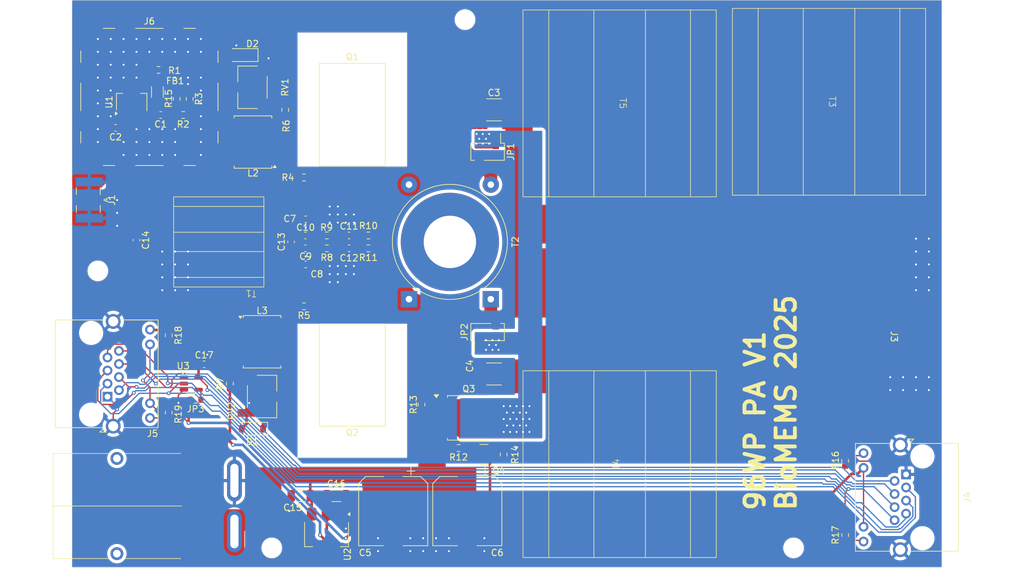
<source format=kicad_pcb>
(kicad_pcb (version 20240108) (generator "pcbnew") (generator_version "8.0")
  (layers (0 "F.Cu" signal) (31 "B.Cu" signal) (34 "B.Paste" user) (35 "F.Paste" user) (36 "B.SilkS" user "B.Silkscreen") (37 "F.SilkS" user "F.Silkscreen") (38 "B.Mask" user) (39 "F.Mask" user) (44 "Edge.Cuts" user))
  (net 0 "")
  (net 1 "Net-(C1-Pad1)")
  (net 2 "Net-(J1-In)")
  (net 3 "Net-(C2-Pad1)")
  (net 4 "Net-(T4-SB)")
  (net 5 "Net-(Q1-D)")
  (net 6 "Net-(Q2-D)")
  (net 7 "Net-(T4-AA)")
  (net 8 "+24V")
  (net 9 "GND")
  (net 10 "Net-(T1-AB)")
  (net 11 "Net-(Q1-G)")
  (net 12 "Net-(T1-AA)")
  (net 13 "Net-(Q2-G)")
  (net 14 "Net-(C9-Pad1)")
  (net 15 "Net-(C10-Pad1)")
  (net 16 "Net-(C11-Pad2)")
  (net 17 "Net-(C12-Pad2)")
  (net 18 "Net-(T1-SA)")
  (net 19 "+12V")
  (net 20 "+3.3V")
  (net 21 "Net-(D1-K)")
  (net 22 "Net-(D2-K)")
  (net 23 "Net-(J3-In)")
  (net 24 "/RFSW1")
  (net 25 "/RFSW2")
  (net 26 "/E7")
  (net 27 "Net-(J4-Pad12)")
  (net 28 "/E6")
  (net 29 "Net-(J4-Pad9)")
  (net 30 "/E4")
  (net 31 "/BLANK")
  (net 32 "/E5")
  (net 33 "Net-(J5-Pad12)")
  (net 34 "Net-(J5-Pad9)")
  (net 35 "Net-(JP1-B)")
  (net 36 "VD")
  (net 37 "Net-(JP2-B)")
  (net 38 "Net-(JP3-A)")
  (net 43 "Net-(L2-RFGND)")
  (net 44 "Net-(L2-RFIN)")
  (net 45 "Net-(L3-RFGND)")
  (net 46 "Net-(L3-RFIN)")
  (net 51 "Net-(Q3-G)")
  (net 52 "Net-(Q4-D)")
  (net 53 "Net-(T3-SA)")
  (net 54 "Net-(T3-AB)")
  (net 55 "Net-(T4-AB)")
  (net 57 "Net-(C1-Pad2)")
  (net 58 "Net-(FB1-Pad1)")
  (footprint "BioMEMS:Transformer_TLT_29x30" (layer "F.Cu") (at 162 131 90)
    (property "Reference" "T4")
    (property "Value" "Transformer_1P_1S")
  )
  (footprint "BioMEMS:Transformer_TLT_29x30" (layer "F.Cu") (at 194.5 74.75 -90)
    (property "Reference" "T3")
    (property "Value" "Transformer_1P_1S")
  )
  (footprint "Inductor_SMD:L_1206_3216Metric" (layer "F.Cu") (at 90.25 73.225 -90)
    (property "Reference" "FB1")
    (property "Value" "FerriteBead_Small")
  )
  (footprint "Resistor_SMD:R_0603_1608Metric" (layer "F.Cu") (at 113 86.5 180)
    (property "Reference" "R4")
    (property "Value" "R_Small")
  )
  (footprint "Resistor_SMD:R_0603_1608Metric" (layer "F.Cu") (at 197 130.5 -90)
    (property "Reference" "R16")
    (property "Value" "R_Small")
  )
  (footprint "Connector_RJ:RJ45_Amphenol_RJHSE538X" (layer "F.Cu") (at 206.46 132.59 -90)
    (property "Reference" "J4")
    (property "Value" "RJ45_LED_Shielded")
  )
  (footprint "Capacitor_SMD:C_1206_3216Metric" (layer "F.Cu") (at 112.5 135.9 180)
    (property "Reference" "C15")
    (property "Value" "10u")
  )
  (footprint "Resistor_SMD:R_0603_1608Metric" (layer "F.Cu") (at 137 128.5 180)
    (property "Reference" "R12")
    (property "Value" "10k")
  )
  (footprint "Connector_PinHeader_2.54mm:PinHeader_1x02_P2.54mm_Vertical_SMD_Pin1Left" (layer "F.Cu") (at 141.5 110.5 90)
    (property "Reference" "JP2")
    (property "Value" "Jumper_2_Open")
  )
  (footprint "Connector_PinHeader_2.54mm:PinHeader_1x02_P2.54mm_Vertical_SMD_Pin1Left" (layer "F.Cu") (at 141.5 82.5 -90)
    (property "Reference" "JP1")
    (property "Value" "Jumper_2_Open")
  )
  (footprint "Package_TO_SOT_SMD:SOT-23-5" (layer "F.Cu") (at 95.5 118.5)
    (property "Reference" "U3")
    (property "Value" "74AUC1G14")
  )
  (footprint "Resistor_SMD:R_0603_1608Metric" (layer "F.Cu") (at 94.25 76.8)
    (property "Reference" "R2")
    (property "Value" "R_Small")
  )
  (footprint "Capacitor_SMD:C_0603_1608Metric" (layer "F.Cu") (at 83.75 78.8 180)
    (property "Reference" "C2")
    (property "Value" "C_Small")
  )
  (footprint "Resistor_SMD:R_0603_1608Metric" (layer "F.Cu") (at 123 97.5 180)
    (property "Reference" "R11")
    (property "Value" "R_Small")
  )
  (footprint "Diode_SMD:D_SOD-123" (layer "F.Cu") (at 105 125.5 180)
    (property "Reference" "D1")
    (property "Value" "3.9")
  )
  (footprint "Resistor_SMD:R_0603_1608Metric" (layer "F.Cu") (at 96.175 121 180)
    (property "Reference" "JP3")
    (property "Value" "Jumper_2_Open")
  )
  (footprint "Resistor_SMD:R_0603_1608Metric" (layer "F.Cu") (at 197 142 -90)
    (property "Reference" "R17")
    (property "Value" "R_Small")
  )
  (footprint "Resistor_SMD:R_0603_1608Metric" (layer "F.Cu") (at 101.5 118.5 -90)
    (property "Reference" "R7")
    (property "Value" "20k")
  )
  (footprint "BioMEMS:538-73171-0780" (layer "F.Cu") (at 211.985 111.25 -90)
    (property "Reference" "J3")
    (property "Value" "Conn_Coaxial")
  )
  (footprint "Capacitor_SMD:C_0603_1608Metric" (layer "F.Cu") (at 87 96.225 -90)
    (property "Reference" "C14")
    (property "Value" "100n")
  )
  (footprint "BioMEMS:Transformer_TLT_29x30" (layer "F.Cu") (at 162 75 -90)
    (property "Reference" "T5")
    (property "Value" "Transformer_1P_1S")
  )
  (footprint "Potentiometer_SMD:Potentiometer_Bourns_3269W_Vertical" (layer "F.Cu") (at 105 72.5 -90)
    (property "Reference" "RV1")
    (property "Value" "10k")
  )
  (footprint "Capacitor_SMD:C_0603_1608Metric" (layer "F.Cu") (at 120 95.5)
    (property "Reference" "C11")
    (property "Value" "C_Small")
  )
  (footprint "RF_Mini-Circuits:Mini-Circuits_CD637_H5.23mm" (layer "F.Cu") (at 105.085 81 180)
    (property "Reference" "L2")
    (property "Value" "ADCH-1220+")
  )
  (footprint "Resistor_SMD:R_0603_1608Metric" (layer "F.Cu") (at 95.25 74.3 -90)
    (property "Reference" "R3")
    (property "Value" "R_Small")
  )
  (footprint "Package_TO_SOT_SMD:SOT-23" (layer "F.Cu") (at 140.9375 129.5 180)
    (property "Reference" "Q4")
    (property "Value" "2N7002")
  )
  (footprint "Package_TO_SOT_SMD:TO-252-2" (layer "F.Cu") (at 138.59 123.8225)
    (property "Reference" "Q3")
    (property "Value" "Q_PMOS_GDS")
  )
  (footprint "Resistor_SMD:R_0603_1608Metric" (layer "F.Cu") (at 123 95.5 180)
    (property "Reference" "R10")
    (property "Value" "R_Small")
  )
  (footprint "Capacitor_SMD:C_0603_1608Metric" (layer "F.Cu") (at 120 97.5)
    (property "Reference" "C12")
    (property "Value" "C_Small")
  )
  (footprint "Resistor_SMD:R_0603_1608Metric" (layer "F.Cu") (at 113 106.5 180)
    (property "Reference" "R5")
    (property "Value" "R_Small")
  )
  (footprint "Capacitor_SMD:C_0603_1608Metric" (layer "F.Cu") (at 97.5 115.5)
    (property "Reference" "C17")
    (property "Value" "C_Small")
  )
  (footprint "BioMEMS:Transformer_1P1S_13x13_Binocular" (layer "F.Cu") (at 99.775 96.5 180)
    (property "Reference" "T1")
    (property "Value" "Transformer_1P_1S")
  )
  (footprint "Connector_RJ:RJ45_Amphenol_RJHSE538X" (layer "F.Cu") (at 82.5 120.532 90)
    (property "Reference" "J5")
    (property "Value" "RJ45_LED_Shielded")
  )
  (footprint "RF_Mini-Circuits:Mini-Circuits_CD637_H5.23mm" (layer "F.Cu") (at 106.5 112)
    (property "Reference" "L3")
    (property "Value" "ADCH-1220+")
  )
  (footprint "Resistor_SMD:R_0603_1608Metric" (layer "F.Cu") (at 116.55 95.5 180)
    (property "Reference" "R9")
    (property "Value" "R_Small")
  )
  (footprint "BioMEMS:TO-220-3_Horizontal_SMD" (layer "F.Cu") (at 123.04 105.5325 180)
    (property "Reference" "Q2")
    (property "Value" "Q_NMOS_DSG")
  )
  (footprint "Package_TO_SOT_SMD:SOT-223-3_TabPin2" (layer "F.Cu") (at 116.5 141.9 -90)
    (property "Reference" "U2")
    (property "Value" "NCP1117-12_SOT223")
  )
  (footprint "Resistor_SMD:R_0603_1608Metric" (layer "F.Cu") (at 131.25 121.75 -90)
    (property "Reference" "R13")
    (property "Value" "3.3k")
  )
  (footprint "Potentiometer_SMD:Potentiometer_Bourns_3269W_Vertical" (layer "F.Cu") (at 106.5 120.5 90)
    (property "Reference" "RV2")
    (property "Value" "10k")
  )
  (footprint "Resistor_SMD:R_0603_1608Metric" (layer "F.Cu") (at 92 123 90)
    (property "Reference" "R19")
    (property "Value" "R_Small")
  )
  (footprint "Capacitor_SMD:C_1812_4532Metric" (layer "F.Cu") (at 142.5 117)
    (property "Reference" "C4")
    (property "Value" "100n")
  )
  (footprint "Capacitor_SMD:CP_Elec_10x12.5" (layer "F.Cu") (at 126.85 138.3 -90)
    (property "Reference" "C5")
    (property "Value" "100u")
  )
  (footprint "Diode_SMD:D_SOD-123" (layer "F.Cu") (at 103.5 67.5 180)
    (property "Reference" "D2")
    (property "Value" "3.9")
  )
  (footprint "Capacitor_SMD:C_0603_1608Metric" (layer "F.Cu") (at 113.275 93 180)
    (property "Reference" "C7")
    (property "Value" "100n")
  )
  (footprint "Resistor_SMD:R_0603_1608Metric" (layer "F.Cu") (at 144 129.5 -90)
    (property "Reference" "R14")
    (property "Value" "10k")
  )
  (footprint "Transformer_THT:Transformer_Toroid_Horizontal_D18.0mm" (layer "F.Cu") (at 142 87.61 -90)
    (property "Reference" "T2")
    (property "Value" "Transformer_1P_1S")
  )
  (footprint "Capacitor_SMD:C_0603_1608Metric" (layer "F.Cu") (at 113.275 100)
    (property "Reference" "C8")
    (property "Value" "100n")
  )
  (footprint "BioMEMS:TO-220-3_Horizontal_SMD" (layer "F.Cu") (at 117.96 88.3675)
    (property "Reference" "Q1")
    (property "Value" "Q_NMOS_GSD")
  )
  (footprint "Resistor_SMD:R_0603_1608Metric" (layer "F.Cu") (at 92 111 90)
    (property "Reference" "R18")
    (property "Value" "R_Small")
  )
  (footprint "Resistor_SMD:R_0603_1608Metric" (layer "F.Cu") (at 110.085 76 -90)
    (property "Reference" "R6")
    (property "Value" "20k")
  )
  (footprint "BioMEMS:SMA_Samtec_SMA-J-P-X-ST-EM1_EdgeMount" (layer "F.Cu") (at 79.6625 90 -90)
    (property "Reference" "J1")
    (property "Value" "Conn_Coaxial")
  )
  (footprint "Package_TO_SOT_SMD:SOT-89-3" (layer "F.Cu") (at 86.25 74.8 90)
    (property "Reference" "U1")
    (property "Value" "GALI-84")
  )
  (footprint "RF_Shielding:Wuerth_36103205_20x20mm" (layer "F.Cu") (at 89 74)
    (property "Reference" "J6")
    (property "Value" "RFShield_TwoPieces")
  )
  (footprint "Resistor_SMD:R_0603_1608Metric" (layer "F.Cu") (at 116.55 97.5 180)
    (property "Reference" "R8")
    (property "Value" "R_Small")
  )
  (footprint "Capacitor_SMD:CP_Elec_10x12.5" (layer "F.Cu") (at 138.35 138.3 -90)
    (property "Reference" "C6")
    (property "Value" "100u")
  )
  (footprint "Capacitor_SMD:C_0603_1608Metric" (layer "F.Cu") (at 90.75 76.8 180)
    (property "Reference" "C1")
    (property "Value" "C_Small")
  )
  (footprint "Capacitor_SMD:C_1812_4532Metric" (layer "F.Cu") (at 142.5 76)
    (property "Reference" "C3")
    (property "Value" "100n")
  )
  (footprint "Capacitor_SMD:C_0603_1608Metric" (layer "F.Cu") (at 111 96.5 -90)
    (property "Reference" "C13")
    (property "Value" "100n")
  )
  (footprint "BioMEMS:Powerpole_1x2" (layer "F.Cu") (at 102.2 137.5 90)
    (property "Reference" "J2" (hide yes))
    (property "Value" "Conn_01x02")
  )
  (footprint "Resistor_SMD:R_0603_1608Metric" (layer "F.Cu") (at 93.25 74.3 -90)
    (property "Reference" "R15")
    (property "Value" "R_Small")
  )
  (footprint "Capacitor_SMD:C_0603_1608Metric" (layer "F.Cu") (at 113.225 95.5 180)
    (property "Reference" "C10")
    (property "Value" "C_Small")
  )
  (footprint "Capacitor_SMD:C_0603_1608Metric" (layer "F.Cu") (at 113.225 97.5 180)
    (property "Reference" "C9")
    (property "Value" "C_Small")
  )
  (footprint "Resistor_SMD:R_0603_1608Metric" (layer "F.Cu") (at 90.425 69.8 180)
    (property "Reference" "R1")
    (property "Value" "R_Small")
  )
  (footprint "Capacitor_SMD:C_1206_3216Metric" (layer "F.Cu") (at 118.025 135.9)
    (property "Reference" "C16")
    (property "Value" "10u")
  )
  (gr_circle (center 189 144) (end 190.6 144) (stroke (width 0.05)) (fill none) (layer "Edge.Cuts"))
  (gr_circle (center 81 101) (end 82.6 101) (stroke (width 0.05)) (fill none) (layer "Edge.Cuts"))
  (gr_rect (start 112 64) (end 129 84.8) (stroke (width 0.05)) (fill none) (layer "Edge.Cuts"))
  (gr_rect (start 77 59) (end 212 147) (stroke (width 0.05)) (fill none) (layer "Edge.Cuts"))
  (gr_rect (start 112 109.2) (end 129 130) (stroke (width 0.05)) (fill none) (layer "Edge.Cuts"))
  (gr_circle (center 138 62) (end 139.6 62) (stroke (width 0.05)) (fill none) (layer "Edge.Cuts"))
  (gr_circle (center 108 144) (end 109.6 144) (stroke (width 0.05)) (fill none) (layer "Edge.Cuts"))
  (gr_text "96WP PA V1\nBioMEMS 2025" (at 189.6 138.5 90) (layer "F.SilkS") (effects (font (size 3 3) (thickness 0.6) (bold yes)) (justify left bottom)))
  (segment (start 93.425 76.8) (end 93.425 75.3) (width 0.4) (layer "F.Cu") (net 1))
  (segment (start 91.525 76.8) (end 93.425 76.8) (width 0.4) (layer "F.Cu") (net 1))
  (segment (start 93.425 75.3) (end 93.25 75.125) (width 0.4) (layer "F.Cu") (net 1))
  (segment (start 79.4625 90) (end 80.6275 90) (width 0.4) (layer "F.Cu") (net 2))
  (segment (start 80.6275 90) (end 82.975 87.6525) (width 0.4) (layer "F.Cu") (net 2))
  (segment (start 82.975 87.6525) (end 82.975 78.8) (width 0.4) (layer "F.Cu") (net 2))
  (segment (start 84.525 76.975) (end 84.75 76.75) (width 0.4) (layer "F.Cu") (net 3))
  (segment (start 84.525 78.8) (end 84.525 76.975) (width 0.4) (layer "F.Cu") (net 3))
  (segment (start 123.825 95.5) (end 123.825 87.4825) (width 0.4) (layer "F.Cu") (net 5))
  (segment (start 123.825 87.4825) (end 123.46 87.1175) (width 0.4) (layer "F.Cu") (net 5))
  (segment (start 123.825 97.5) (end 123.825 106.5975) (width 0.4) (layer "F.Cu") (net 6))
  (segment (start 123.825 106.5975) (end 123.54 106.8825) (width 0.4) (layer "F.Cu") (net 6))
  (segment (start 114.5 132.75) (end 125.5 132.75) (width 0.4) (layer "F.Cu") (net 8))
  (segment (start 133.55 126.1025) (end 131.25 126.1025) (width 0.4) (layer "F.Cu") (net 8))
  (segment (start 113.975 135.9) (end 113.975 133.275) (width 0.4) (layer "F.Cu") (net 8))
  (segment (start 131.25 126.1025) (end 131.25 122.575) (width 0.4) (layer "F.Cu") (net 8))
  (segment (start 125.5 132.75) (end 126.85 134.1) (width 0.4) (layer "F.Cu") (net 8))
  (segment (start 114.2 138.75) (end 114.2 136.125) (width 0.4) (layer "F.Cu") (net 8))
  (segment (start 114.2 136.125) (end 113.975 135.9) (width 0.4) (layer "F.Cu") (net 8))
  (segment (start 113.975 133.275) (end 114.5 132.75) (width 0.4) (layer "F.Cu") (net 8))
  (segment (start 104.085 123.04) (end 104.085 124.765) (width 0.4) (layer "F.Cu") (net 9))
  (segment (start 118.8 138.75) (end 118.8 136.6) (width 0.4) (layer "F.Cu") (net 9))
  (segment (start 92 122.175) (end 92.824998 122.175) (width 0.2) (layer "F.Cu") (net 9))
  (segment (start 93.25 73.475) (end 95.25 73.475) (width 0.4) (layer "F.Cu") (net 9))
  (segment (start 112.45 95.05) (end 113.25 94.25) (width 0.4) (layer "F.Cu") (net 9))
  (segment (start 107.415 68.085) (end 107.5 68) (width 0.4) (layer "F.Cu") (net 9))
  (segment (start 107.415 69.96) (end 107.415 68.085) (width 0.4) (layer "F.Cu") (net 9))
  (segment (start 95.25 73.475) (end 95.25 72.25) (width 0.4) (layer "F.Cu") (net 9))
  (segment (start 118.8 138.75) (end 118.8 140.3) (width 0.4) (layer "F.Cu") (net 9))
  (segment (start 111.025 137.975) (end 110.719669 138.280331) (width 0.4) (layer "F.Cu") (net 9))
  (segment (start 144 128.675) (end 145.825 128.675) (width 0.4) (layer "F.Cu") (net 9))
  (segment (start 197 131.325) (end 197.795 130.53) (width 0.2) (layer "F.Cu") (net 9))
  (segment (start 143.875 128.55) (end 144 128.675) (width 0.4) (layer "F.Cu") (net 9))
  (segment (start 118.8 140.3) (end 119.5 141) (width 0.4) (layer "F.Cu") (net 9))
  (segment (start 98.275 114.275) (end 98 114) (width 0.2) (layer "F.Cu") (net 9))
  (segment (start 197.795 130.53) (end 203.06 130.53) (width 0.2) (layer "F.Cu") (net 9))
  (segment (start 141.875 128.55) (end 143.875 128.55) (width 0.4) (layer "F.Cu") (net 9))
  (segment (start 104.085 124.765) (end 103.35 125.5) (width 0.4) (layer "F.Cu") (net 9))
  (segment (start 203.06 130.53) (end 205.57 128.02) (width 0.2) (layer "F.Cu") (net 9))
  (segment (start 95.25 72.25) (end 95 72) (width 0.4) (layer "F.Cu") (net 9))
  (segment (start 104.085 123.04) (end 104.085 121.915) (width 0.4) (layer "F.Cu") (net 9))
  (segment (start 101.85 67.5) (end 101.85 66.65) (width 0.4) (layer "F.Cu") (net 9))
  (segment (start 112.45 95.5) (end 112.45 95.05) (width 0.4) (layer "F.Cu") (net 9))
  (segment (start 83.39 123.11) (end 83.39 125.102) (width 0.2) (layer "F.Cu") (net 9))
  (segment (start 112.45 97.95) (end 113.25 98.75) (width 0.4) (layer "F.Cu") (net 9))
  (segment (start 112.45 97.5) (end 112.45 97.95) (width 0.4) (layer "F.Cu") (net 9))
  (segment (start 84 122.5) (end 83.39 123.11) (width 0.2) (layer "F.Cu") (net 9))
  (segment (start 111.025 135.9) (end 111.025 137.975) (width 0.4) (layer "F.Cu") (net 9))
  (segment (start 145.825 128.675) (end 146 128.5) (width 0.4) (layer "F.Cu") (net 9))
  (segment (start 93.5 120.3125) (end 93.5 121.499998) (width 0.2) (layer "F.Cu") (net 9))
  (segment (start 98.275 115.5) (end 98.275 114.275) (width 0.2) (layer "F.Cu") (net 9))
  (segment (start 92.824998 122.175) (end 93.5 121.499998) (width 0.2) (layer "F.Cu") (net 9))
  (segment (start 118.8 136.6) (end 119.5 135.9) (width 0.4) (layer "F.Cu") (net 9))
  (segment (start 101.85 66.65) (end 102.5 66) (width 0.4) (layer "F.Cu") (net 9))
  (segment (start 94.3625 119.45) (end 93.5 120.3125) (width 0.2) (layer "F.Cu") (net 9))
  (segment (start 112.45 95.5) (end 112.45 97.5) (width 0.4) (layer "F.Cu") (net 9))
  (segment (start 104.085 121.915) (end 104.5 121.5) (width 0.4) (layer "F.Cu") (net 9))
  (via (at 91 65) (size 0.6) (drill 0.3) (layers "F.Cu" "B.Cu") (net 9))
  (via (at 119.5 93.5) (size 0.6) (drill 0.3) (layers "F.Cu" "B.Cu") (net 9))
  (via (at 117 102.75) (size 0.6) (drill 0.3) (layers "F.Cu" "B.Cu") (net 9))
  (via (at 95 102) (size 0.6) (drill 0.3) (layers "F.Cu" "B.Cu") (net 9))
  (via (at 129.5 144.5) (size 0.6) (drill 0.3) (layers "F.Cu" "B.Cu") (net 9))
  (via (at 93 79) (size 0.6) (drill 0.3) (layers "F.Cu" "B.Cu") (net 9))
  (via (at 93.5 121.499998) (size 0.6) (drill 0.3) (layers "F.Cu" "B.Cu") (net 9))
  (via (at 120.75 100.25) (size 0.6) (drill 0.3) (layers "F.Cu" "B.Cu") (net 9))
  (via (at 107.5 68) (size 0.6) (drill 0.3) (layers "F.Cu" "B.Cu") (net 9))
  (via (at 83 77) (size 0.6) (drill 0.3) (layers "F.Cu" "B.Cu") (net 9))
  (via (at 91 83) (size 0.6) (drill 0.3) (layers "F.Cu" "B.Cu") (net 9))
  (via (at 97 73) (size 0.6) (drill 0.3) (layers "F.Cu" "B.Cu") (net 9))
  (via (at 87 79) (size 0.6) (drill 0.3) (layers "F.Cu" "B.Cu") (net 9))
  (via (at 206 117.5) (size 0.6) (drill 0.3) (layers "F.Cu" "B.Cu") (net 9))
  (via (at 119.5 141) (size 0.6) (drill 0.3) (layers "F.Cu" "B.Cu") (net 9))
  (via (at 210 102) (size 0.6) (drill 0.3) (layers "F.Cu" "B.Cu") (net 9))
  (via (at 84 94) (size 0.6) (drill 0.3) (layers "F.Cu" "B.Cu") (net 9))
  (via (at 97 83) (size 0.6) (drill 0.3) (layers "F.Cu" "B.Cu") (net 9))
  (via (at 135.5 142.5) (size 0.6) (drill 0.3) (layers "F.Cu" "B.Cu") (net 9))
  (via (at 85 67) (size 0.6) (drill 0.3) (layers "F.Cu" "B.Cu") (net 9))
  (via (at 208 96) (size 0.6) (drill 0.3) (layers "F.Cu" "B.Cu") (net 9))
  (via (at 119.5 100.25) (size 0.6) (drill 0.3) (layers "F.Cu" "B.Cu") (net 9))
  (via (at 93 98) (size 0.6) (drill 0.3) (layers "F.Cu" "B.Cu") (net 9))
  (via (at 83 75) (size 0.6) (drill 0.3) (layers "F.Cu" "B.Cu") (net 9))
  (via (at 117 92.25) (size 0.6) (drill 0.3) (layers "F.Cu" "B.Cu") (net 9))
  (via (at 135.5 144.5) (size 0.6) (drill 0.3) (layers "F.Cu" "B.Cu") (net 9))
  (via (at 83 69) (size 0.6) (drill 0.3) (layers "F.Cu" "B.Cu") (net 9))
  (via (at 97 71) (size 0.6) (drill 0.3) (layers "F.Cu" "B.Cu") (net 9))
  (via (at 95 71) (size 0.6) (drill 0.3) (layers "F.Cu" "B.Cu") (net 9))
  (via (at 97 77) (size 0.6) (drill 0.3) (layers "F.Cu" "B.Cu") (net 9))
  (via (at 87 65) (size 0.6) (drill 0.3) (layers "F.Cu" "B.Cu") (net 9))
  (via (at 210 119.5) (size 0.6) (drill 0.3) (layers "F.Cu" "B.Cu") (net 9))
  (via (at 93 71) (size 0.6) (drill 0.3) (layers "F.Cu" "B.Cu") (net 9))
  (via (at 93 65) (size 0.6) (drill 0.3) (layers "F.Cu" "B.Cu") (net 9))
  (via (at 210 104) (size 0.6) (drill 0.3) (layers "F.Cu" "B.Cu") (net 9))
  (via (at 204 119.5) (size 0.6) (drill 0.3) (layers "F.Cu" "B.Cu") (net 9))
  (via (at 208 100) (size 0.6) (drill 0.3) (layers "F.Cu" "B.Cu") (net 9))
  (via (at 87 67) (size 0.6) (drill 0.3) (layers "F.Cu" "B.Cu") (net 9))
  (via (at 117 91) (size 0.6) (drill 0.3) (layers "F.Cu" "B.Cu") (net 9))
  (via (at 208 117.5) (size 0.6) (drill 0.3) (layers "F.Cu" "B.Cu") (net 9))
  (via (at 204 117.5) (size 0.6) (drill 0.3) (layers "F.Cu" "B.Cu") (net 9))
  (via (at 146 128.5) (size 0.6) (drill 0.3) (layers "F.Cu" "B.Cu") (net 9))
  (via (at 208 102) (size 0.6) (drill 0.3) (layers "F.Cu" "B.Cu") (net 9))
  (via (at 85 83) (size 0.6) (drill 0.3) (layers "F.Cu" "B.Cu") (net 9))
  (via (at 93 83) (size 0.6) (drill 0.3) (layers "F.Cu" "B.Cu") (net 9))
  (via (at 93 67) (size 0.6) (drill 0.3) (layers "F.Cu" "B.Cu") (net 9))
  (via (at 95 67) (size 0.6) (drill 0.3) (layers "F.Cu" "B.Cu") (net 9))
  (via (at 120.75 101.5) (size 0.6) (drill 0.3) (layers "F.Cu" "B.Cu") (net 9))
  (via (at 81 69) (size 0.6) (drill 0.3) (layers "F.Cu" "B.Cu") (net 9))
  (via (at 89 67) (size 0.6) (drill 0.3) (layers "F.Cu" "B.Cu") (net 9))
  (via (at 119.5 92.25) (size 0.6) (drill 0.3) (layers "F.Cu" "B.Cu") (net 9))
  (via (at 93 81) (size 0.6) (drill 0.3) (layers "F.Cu" "B.Cu") (net 9))
  (via (at 84 92) (size 0.6) (drill 0.3) (layers "F.Cu" "B.Cu") (net 9))
  (via (at 210 100) (size 0.6) (drill 0.3) (layers "F.Cu" "B.Cu") (net 9))
  (via (at 124.5 144.5) (size 0.6) (drill 0.3) (layers "F.Cu" "B.Cu") (net 9))
  (via (at 119.5 101.5) (size 0.6) (drill 0.3) (layers "F.Cu" "B.Cu") (net 9))
  (via (at 129.5 142.5) (size 0.6) (drill 0.3) (layers "F.Cu" "B.Cu") (net 9))
  (via (at 93 102) (size 0.6) (drill 0.3) (layers "F.Cu" "B.Cu") (net 9))
  (via (at 95 100) (size 0.6) (drill 0.3) (layers "F.Cu" "B.Cu") (net 9))
  (via (at 118.25 100.25) (size 0.6) (drill 0.3) (layers "F.Cu" "B.Cu") (net 9))
  (via (at 87 83) (size 0.6) (drill 0.3) (layers "F.Cu" "B.Cu") (net 9))
  (via (at 91 98) (size 0.6) (drill 0.3) (layers "F.Cu" "B.Cu") (net 9))
  (via (at 210 98) (size 0.6) (drill 0.3) (layers "F.Cu" "B.Cu") (net 9))
  (via (at 85 81) (size 0.6) (drill 0.3) (layers "F.Cu" "B.Cu") (net 9))
  (via (at 95 104) (size 0.6) (drill 0.3) (layers "F.Cu" "B.Cu") (net 9))
  (via (at 83 71) (size 0.6) (drill 0.3) (layers "F.Cu" "B.Cu") (net 9))
  (via (at 87 69) (size 0.6) (drill 0.3) (layers "F.Cu" "B.Cu") (net 9))
  (via (at 120.75 92.25) (size 0.6) (drill 0.3) (layers "F.Cu" "B.Cu") (net 9))
  (via (at 95 65) (size 0.6) (drill 0.3) (layers "F.Cu" "B.Cu") (net 9))
  (via (at 89 79) (size 0.6) (drill 0.3) (layers "F.Cu" "B.Cu") (net 9))
  (via (at 117 100.25) (size 0.6) (drill 0.3) (layers "F.Cu" "B.Cu") (net 9))
  (via (at 81 65) (size 0.6) (drill 0.3) (layers "F.Cu" "B.Cu") (net 9))
  (via (at 113.25 94.25) (size 0.6) (drill 0.3) (layers "F.Cu" "B.Cu") (net 9))
  (via (at 97 65) (size 0.6) (drill 0.3) (layers "F.Cu" "B.Cu") (net 9))
  (via (at 120.75 93.5) (size 0.6) (drill 0.3) (layers "F.Cu" "B.Cu") (net 9))
  (via (at 81 73) (size 0.6) (drill 0.3) (layers "F.Cu" "B.Cu") (net 9))
  (via (at 91 81) (size 0.6) (drill 0.3) (layers "F.Cu" "B.Cu") (net 9))
  (via (at 208 119.5) (size 0.6) (drill 0.3) (layers "F.Cu" "B.Cu") (net 9))
  (via (at 208 104) (size 0.6) (drill 0.3) (layers "F.Cu" "B.Cu") (net 9))
  (via (at 81 75) (size 0.6) (drill 0.3) (layers "F.Cu" "B.Cu") (net 9))
  (via (at 93 100) (size 0.6) (drill 0.3) (layers "F.Cu" "B.Cu") (net 9))
  (via (at 89 81) (size 0.6) (drill 0.3) (layers "F.Cu" "B.Cu") (net 9))
  (via (at 206 119.5) (size 0.6) (drill 0.3) (layers "F.Cu" "B.Cu") (net 9))
  (via (at 81 67) (size 0.6) (drill 0.3) (layers "F.Cu" "B.Cu") (net 9))
  (via (at 91 79) (size 0.6) (drill 0.3) (layers "F.Cu" "B.Cu") (net 9))
  (via (at 85 71) (size 0.6) (drill 0.3) (layers "F.Cu" "B.Cu") (net 9))
  (via (at 98 114) (size 0.6) (drill 0.3) (layers "F.Cu" "B.Cu") (net 9))
  (via (at 97 79) (size 0.6) (drill 0.3) (layers "F.Cu" "B.Cu") (net 9))
  (via (at 118.25 91) (size 0.6) (drill 0.3) (layers "F.Cu" "B.Cu") (net 9))
  (via (at 117 101.5) (size 0.6) (drill 0.3) (layers "F.Cu" "B.Cu") (net 9))
  (via (at 97 81) (size 0.6) (drill 0.3) (layers "F.Cu" "B.Cu") (net 9))
  (via (at 93 104) (size 0.6) (drill 0.3) (layers "F.Cu" "B.Cu") (net 9))
  (via (at 84 90) (size 0.6) (drill 0.3) (layers "F.Cu" "B.Cu") (net 9))
  (via (at 97 75) (size 0.6) (drill 0.3) (layers "F.Cu" "B.Cu") (net 9))
  (via (at 97 67) (size 0.6) (drill 0.3) (layers "F.Cu" "B.Cu") (net 9))
  (via (at 118.25 102.75) (size 0.6) (drill 0.3) (layers "F.Cu" "B.Cu") (net 9))
  (via (at 131.5 144.5) (size 0.6) (drill 0.3) (layers "F.Cu" "B.Cu") (net 9))
  (via (at 104.5 121.5) (size 0.6) (drill 0.3) (layers "F.Cu" "B.Cu") (net 9))
  (via (at 83 73) (size 0.6) (drill 0.3) (layers "F.Cu" "B.Cu") (net 9))
  (via (at 85 65) (size 0.6) (drill 0.3) (layers "F.Cu" "B.Cu") (net 9))
  (via (at 91 102) (size 0.6) (drill 0.3) (layers "F.Cu" "B.Cu") (net 9))
  (via (at 141 144.5) (size 0.6) (drill 0.3) (layers "F.Cu" "B.Cu") (net 9))
  (via (at 91 104) (size 0.6) (drill 0.3) (layers "F.Cu" "B.Cu") (net 9))
  (via (at 102.5 66) (size 0.6) (drill 0.3) (layers "F.Cu" "B.Cu") (net 9))
  (via (at 124.5 142.5) (size 0.6) (drill 0.3) (layers "F.Cu" "B.Cu") (net 9))
  (via (at 83 65) (size 0.6) (drill 0.3) (layers "F.Cu" "B.Cu") (net 9))
  (via (at 81 79) (size 0.6) (drill 0.3) (layers "F.Cu" "B.Cu") (net 9))
  (via (at 208 98) (size 0.6) (drill 0.3) (layers "F.Cu" "B.Cu") (net 9))
  (via (at 81 77) (size 0.6) (drill 0.3) (layers "F.Cu" "B.Cu") (net 9))
  (via (at 81 71) (size 0.6) (drill 0.3) (layers "F.Cu" "B.Cu") (net 9))
  (via (at 110.719669 138.280331) (size 0.6) (drill 0.3) (layers "F.Cu" "B.Cu") (net 9))
  (via (at 131.5 142.5) (size 0.6) (drill 0.3) (layers "F.Cu" "B.Cu") (net 9))
  (via (at 91 67) (size 0.6) (drill 0.3) (layers "F.Cu" "B.Cu") (net 9))
  (via (at 84 122.5) (size 0.6) (drill 0.3) (layers "F.Cu" "B.Cu") (net 9))
  (via (at 91 100) (size 0.6) (drill 0.3) (layers "F.Cu" "B.Cu") (net 9))
  (via (at 89 83) (size 0.6) (drill 0.3) (layers "F.Cu" "B.Cu") (net 9))
  (via (at 133.5 144.5) (size 0.6) (drill 0.3) (layers "F.Cu" "B.Cu") (net 9))
  (via (at 81 81) (size 0.6) (drill 0.3) (layers "F.Cu" "B.Cu") (net 9))
  (via (at 89 65) (size 0.6) (drill 0.3) (layers "F.Cu" "B.Cu") (net 9))
  (via (at 95 72) (size 0.6) (drill 0.3) (layers "F.Cu" "B.Cu") (net 9))
  (via (at 117 93.5) (size 0.6) (drill 0.3) (layers "F.Cu" "B.Cu") (net 9))
  (via (at 118.25 92.25) (size 0.6) (drill 0.3) (layers "F.Cu" "B.Cu") (net 9))
  (via (at 83 67) (size 0.6) (drill 0.3) (layers "F.Cu" "B.Cu") (net 9))
  (via (at 141 142.5) (size 0.6) (drill 0.3) (layers "F.Cu" "B.Cu") (net 9))
  (via (at 85 69) (size 0.6) (drill 0.3) (layers "F.Cu" "B.Cu") (net 9))
  (via (at 87 81) (size 0.6) (drill 0.3) (layers "F.Cu" "B.Cu") (net 9))
  (via (at 118.25 101.5) (size 0.6) (drill 0.3) (layers "F.Cu" "B.Cu") (net 9))
  (via (at 95 98) (size 0.6) (drill 0.3) (layers "F.Cu" "B.Cu") (net 9))
  (via (at 118.25 93.5) (size 0.6) (drill 0.3) (layers "F.Cu" "B.Cu") (net 9))
  (via (at 210 96) (size 0.6) (drill 0.3) (layers "F.Cu" "B.Cu") (net 9))
  (via (at 87 71) (size 0.6) (drill 0.3) (layers "F.Cu" "B.Cu") (net 9))
  (via (at 210 117.5) (size 0.6) (drill 0.3) (layers "F.Cu" "B.Cu") (net 9))
  (via (at 113.25 98.75) (size 0.6) (drill 0.3) (layers "F.Cu" "B.Cu") (net 9))
  (via (at 133.5 142.5) (size 0.6) (drill 0.3) (layers "F.Cu" "B.Cu") (net 9))
  (segment (start 82.5 120.532) (end 84 122.032) (width 0.2) (layer "B.Cu") (net 9))
  (segment (start 84 122.032) (end 84 122.5) (width 0.2) (layer "B.Cu") (net 9))
  (segment (start 112.5 93) (end 112.5 90.225) (width 0.4) (layer "F.Cu") (net 10))
  (segment (start 112.5 90.225) (end 111.775 89.5) (width 0.4) (layer "F.Cu") (net 10))
  (segment (start 111 95.725) (end 111 94.5) (width 0.4) (layer "F.Cu") (net 10))
  (segment (start 111 94.5) (end 112.5 93) (width 0.4) (layer "F.Cu") (net 10))
  (segment (start 117.375 95.5) (end 114.875 93) (width 0.4) (layer "F.Cu") (net 11))
  (segment (start 114.4125 87.0875) (end 114.5 87.175) (width 0.4) (layer "F.Cu") (net 11))
  (segment (start 119.225 95.5) (end 117.375 95.5) (width 0.4) (layer "F.Cu") (net 11))
  (segment (start 114.5 87.175) (end 114.5 92.55) (width 0.4) (layer "F.Cu") (net 11))
  (segment (start 114.5 92.55) (end 114.05 93) (width 0.4) (layer "F.Cu") (net 11))
  (segment (start 117.46 87.1175) (end 114.4425 87.1175) (width 0.4) (layer "F.Cu") (net 11))
  (segment (start 114.875 93) (end 114.05 93) (width 0.4) (layer "F.Cu") (net 11))
  (segment (start 114.4425 87.1175) (end 114.4125 87.0875) (width 0.4) (layer "F.Cu") (net 11))
  (segment (start 113.825 86.5) (end 114.4125 87.0875) (width 0.4) (layer "F.Cu") (net 11))
  (segment (start 111 97.275) (end 111 98.5) (width 0.4) (layer "F.Cu") (net 12))
  (segment (start 111 98.5) (end 112.5 100) (width 0.4) (layer "F.Cu") (net 12))
  (segment (start 112.5 100) (end 112.5 102.775) (width 0.4) (layer "F.Cu") (net 12))
  (segment (start 112.5 102.775) (end 111.775 103.5) (width 0.4) (layer "F.Cu") (net 12))
  (segment (start 114.875 100) (end 114.05 100) (width 0.4) (layer "F.Cu") (net 13))
  (segment (start 117.54 106.8825) (end 114.2075 106.8825) (width 0.4) (layer "F.Cu") (net 13))
  (segment (start 117.375 97.5) (end 114.875 100) (width 0.4) (layer "F.Cu") (net 13))
  (segment (start 113.825 106.5) (end 114.175 106.15) (width 0.4) (layer "F.Cu") (net 13))
  (segment (start 119.225 97.5) (end 117.375 97.5) (width 0.4) (layer "F.Cu") (net 13))
  (segment (start 114.175 106.15) (end 114.175 100.125) (width 0.4) (layer "F.Cu") (net 13))
  (segment (start 114.175 100.125) (end 114.05 100) (width 0.4) (layer "F.Cu") (net 13))
  (segment (start 114.2075 106.8825) (end 113.825 106.5) (width 0.4) (layer "F.Cu") (net 13))
  (segment (start 115.725 97.5) (end 114 97.5) (width 0.4) (layer "F.Cu") (net 14))
  (segment (start 115.725 95.5) (end 114 95.5) (width 0.4) (layer "F.Cu") (net 15))
  (segment (start 120.775 95.5) (end 122.175 95.5) (width 0.4) (layer "F.Cu") (net 16))
  (segment (start 122.175 97.5) (end 120.775 97.5) (width 0.4) (layer "F.Cu") (net 17))
  (segment (start 87 95.45) (end 87 90.275) (width 0.4) (layer "F.Cu") (net 18))
  (segment (start 95.075 76.8) (end 95.075 86.925) (width 0.4) (layer "F.Cu") (net 18))
  (segment (start 95.075 75.3) (end 95.25 75.125) (width 0.4) (layer "F.Cu") (net 18))
  (segment (start 95.075 76.8) (end 95.075 75.3) (width 0.4) (layer "F.Cu") (net 18))
  (segment (start 95.075 86.925) (end 92.5 89.5) (width 0.4) (layer "F.Cu") (net 18))
  (segment (start 92.5 89.5) (end 87.775 89.5) (width 0.4) (layer "F.Cu") (net 18))
  (segment (start 87 90.275) (end 87.775 89.5) (width 0.4) (layer "F.Cu") (net 18))
  (segment (start 101.5 119.325) (end 101.5 127.5) (width 0.4) (layer "F.Cu") (net 19))
  (segment (start 105.5 72.625) (end 105.5 77) (width 0.4) (layer "F.Cu") (net 19))
  (segment (start 101.5 119.325) (end 100.625 118.45) (width 0.4) (layer "F.Cu") (net 19))
  (segment (start 105.5 104) (end 105.5 77) (width 0.4) (layer "F.Cu") (net 19))
  (segment (start 105.5 77) (end 105.5 76.825) (width 0.4) (layer "F.Cu") (net 19))
  (segment (start 100.625 118.45) (end 100.625 108.875) (width 0.4) (layer "F.Cu") (net 19))
  (segment (start 105.5 76.825) (end 110.085 76.825) (width 0.4) (layer "F.Cu") (net 19))
  (segment (start 116.5 143) (end 115.5 142) (width 0.4) (layer "F.Cu") (net 19))
  (segment (start 91.25 69.8) (end 92.5 68.55) (width 0.4) (layer "F.Cu") (net 19))
  (segment (start 101.5 127.5) (end 102 128) (width 0.4) (layer "F.Cu") (net 19))
  (segment (start 92.5 68.55) (end 101.425 68.55) (width 0.4) (layer "F.Cu") (net 19))
  (segment (start 100.625 108.875) (end 105.5 104) (width 0.4) (layer "F.Cu") (net 19))
  (segment (start 101.425 68.55) (end 105.5 72.625) (width 0.4) (layer "F.Cu") (net 19))
  (segment (start 116.5 145.05) (end 116.5 143) (width 0.4) (layer "F.Cu") (net 19))
  (segment (start 116.55 135.9) (end 116.55 145) (width 0.4) (layer "F.Cu") (net 19))
  (via (at 115.5 142) (size 0.6) (drill 0.3) (layers "F.Cu" "B.Cu") (net 19))
  (via (at 102 128) (size 0.6) (drill 0.3) (layers "F.Cu" "B.Cu") (net 19))
  (segment (start 115.5 142) (end 115.5 140) (width 0.4) (layer "B.Cu") (net 19))
  (segment (start 115.5 140) (end 103.5 128) (width 0.4) (layer "B.Cu") (net 19))
  (segment (start 103.5 128) (end 102 128) (width 0.4) (layer "B.Cu") (net 19))
  (segment (start 85.910935 113.42) (end 84.28 113.42) (width 0.2) (layer "F.Cu") (net 20))
  (segment (start 93.469239 116.95) (end 92.510174 117.909065) (width 0.2) (layer "F.Cu") (net 20))
  (segment (start 92.510174 118.719239) (end 92.129413 119.1) (width 0.2) (layer "F.Cu") (net 20))
  (segment (start 96.6375 117.55) (end 96.0375 116.95) (width 0.2) (layer "F.Cu") (net 20))
  (segment (start 197 135.38306) (end 197.529299 134.853761) (width 0.2) (layer "F.Cu") (net 20))
  (segment (start 92.510174 117.909065) (end 92.510174 118.719239) (width 0.2) (layer "F.Cu") (net 20))
  (segment (start 197 141.175) (end 197 135.38306) (width 0.2) (layer "F.Cu") (net 20))
  (segment (start 96.6375 115.5875) (end 96.725 115.5) (width 0.4) (layer "F.Cu") (net 20))
  (segment (start 93.05 111.825) (end 96.725 115.5) (width 0.2) (layer "F.Cu") (net 20))
  (segment (start 98 118.9125) (end 96.6375 117.55) (width 0.2) (layer "F.Cu") (net 20))
  (segment (start 98 119.5) (end 98 118.9125) (width 0.2) (layer "F.Cu") (net 20))
  (segment (start 96.6375 117.55) (end 96.6375 115.5875) (width 0.4) (layer "F.Cu") (net 20))
  (segment (start 96.0375 116.95) (end 93.469239 116.95) (width 0.2) (layer "F.Cu") (net 20))
  (segment (start 92.129413 119.1) (end 91.590935 119.1) (width 0.2) (layer "F.Cu") (net 20))
  (segment (start 91.590935 119.1) (end 85.910935 113.42) (width 0.2) (layer "F.Cu") (net 20))
  (segment (start 92 111.825) (end 93.05 111.825) (width 0.2) (layer "F.Cu") (net 20))
  (via (at 197.529299 134.853761) (size 0.6) (drill 0.3) (layers "F.Cu" "B.Cu") (net 20))
  (via (at 98 119.5) (size 0.6) (drill 0.3) (layers "F.Cu" "B.Cu") (net 20))
  (segment (start 98.44571 119.5) (end 111.84571 132.9) (width 0.2) (layer "B.Cu") (net 20))
  (segment (start 194.9 133.3) (end 195.621984 133.3) (width 0.2) (layer "B.Cu") (net 20))
  (segment (start 195.621984 133.3) (end 197.175745 134.853761) (width 0.2) (layer "B.Cu") (net 20))
  (segment (start 98 119.5) (end 98.44571 119.5) (width 0.2) (layer "B.Cu") (net 20))
  (segment (start 199.831761 134.853761) (end 197.529299 134.853761) (width 0.2) (layer "B.Cu") (net 20))
  (segment (start 197.175745 134.853761) (end 197.529299 134.853761) (width 0.2) (layer "B.Cu") (net 20))
  (segment (start 194.5 132.9) (end 194.9 133.3) (width 0.2) (layer "B.Cu") (net 20))
  (segment (start 204.68 139.702) (end 199.831761 134.853761) (width 0.2) (layer "B.Cu") (net 20))
  (segment (start 111.84571 132.9) (end 194.5 132.9) (width 0.2) (layer "B.Cu") (net 20))
  (segment (start 104.085 117.96) (end 101.785 117.96) (width 0.4) (layer "F.Cu") (net 21))
  (segment (start 106.65 120.65) (end 106.65 125.5) (width 0.4) (layer "F.Cu") (net 21))
  (segment (start 104.085 117.96) (end 104.085 118.085) (width 0.4) (layer "F.Cu") (net 21))
  (segment (start 101.785 117.96) (end 101.5 117.675) (width 0.4) (layer "F.Cu") (net 21))
  (segment (start 104.085 118.085) (end 106.65 120.65) (width 0.4) (layer "F.Cu") (net 21))
  (segment (start 107.415 73.691472) (end 105.15 71.426472) (width 0.4) (layer "F.Cu") (net 22))
  (segment (start 107.415 75.04) (end 109.8 75.04) (width 0.4) (layer "F.Cu") (net 22))
  (segment (start 107.415 75.04) (end 107.415 73.691472) (width 0.4) (layer "F.Cu") (net 22))
  (segment (start 109.8 75.04) (end 110.085 75.325) (width 0.4) (layer "F.Cu") (net 22))
  (segment (start 105.15 71.426472) (end 105.15 67.5) (width 0.4) (layer "F.Cu") (net 22))
  (segment (start 94.3625 118.5) (end 94.715552 118.5) (width 0.2) (layer "F.Cu") (net 24))
  (segment (start 93.5 118.5) (end 92 120) (width 0.2) (layer "F.Cu") (net 24))
  (segment (start 94.3625 118.5) (end 93.5 118.5) (width 0.2) (layer "F.Cu") (net 24))
  (via (at 92 120) (size 0.6) (drill 0.3) (layers "F.Cu" "B.Cu") (net 24))
  (segment (start 195.124926 134.5) (end 111.75 134.5) (width 0.2) (layer "B.Cu") (net 24))
  (segment (start 99.986396 122.769239) (end 98.769239 122.769239) (width 0.2) (layer "B.Cu") (net 24))
  (segment (start 81.45 119.55) (end 82.5 118.5) (width 0.2) (layer "B.Cu") (net 24))
  (segment (start 205.644611 141.552) (end 202.176926 141.552) (width 0.2) (layer "B.Cu") (net 24))
  (segment (start 207.91 139.286611) (end 205.644611 141.552) (width 0.2) (layer "B.Cu") (net 24))
  (segment (start 202.176926 141.552) (end 195.124926 134.5) (width 0.2) (layer "B.Cu") (net 24))
  (segment (start 98.769239 122.769239) (end 96 120) (width 0.2) (layer "B.Cu") (net 24))
  (segment (start 111.517157 134.3) (end 99.986396 122.769239) (width 0.2) (layer "B.Cu") (net 24))
  (segment (start 87.419239 120) (end 84.269239 123.15) (width 0.2) (layer "B.Cu") (net 24))
  (segment (start 83.018 123.15) (end 81.45 121.582) (width 0.2) (layer "B.Cu") (net 24))
  (segment (start 81.45 121.582) (end 81.45 119.55) (width 0.2) (layer "B.Cu") (net 24))
  (segment (start 84.269239 123.15) (end 83.018 123.15) (width 0.2) (layer "B.Cu") (net 24))
  (segment (start 207.91 136.072) (end 207.91 139.286611) (width 0.2) (layer "B.Cu") (net 24))
  (segment (start 111.75 134.5) (end 111.55 134.3) (width 0.2) (layer "B.Cu") (net 24))
  (segment (start 96 120) (end 87.419239 120) (width 0.2) (layer "B.Cu") (net 24))
  (segment (start 206.46 134.622) (end 207.91 136.072) (width 0.2) (layer "B.Cu") (net 24))
  (segment (start 111.55 134.3) (end 111.517157 134.3) (width 0.2) (layer "B.Cu") (net 24))
  (segment (start 89.868629 117) (end 88.268629 118.6) (width 0.2) (layer "B.Cu") (net 25))
  (segment (start 112.5 131.5) (end 98 117) (width 0.2) (layer "B.Cu") (net 25))
  (segment (start 85.446 118.35) (end 84.28 119.516) (width 0.2) (layer "B.Cu") (net 25))
  (segment (start 87.269239 118.35) (end 85.446 118.35) (width 0.2) (layer "B.Cu") (net 25))
  (segment (start 87.519239 118.6) (end 87.269239 118.35) (width 0.2) (layer "B.Cu") (net 25))
  (segment (start 198.671686 133.606) (end 196.565686 131.5) (width 0.2) (layer "B.Cu") (net 25))
  (segment (start 88.268629 118.6) (end 87.519239 118.6) (width 0.2) (layer "B.Cu") (net 25))
  (segment (start 98 117) (end 89.868629 117) (width 0.2) (layer "B.Cu") (net 25))
  (segment (start 196.565686 131.5) (end 112.5 131.5) (width 0.2) (layer "B.Cu") (net 25))
  (segment (start 204.68 133.606) (end 198.671686 133.606) (width 0.2) (layer "B.Cu") (net 25))
  (segment (start 82.5 114.436) (end 82.5 113.37534) (width 0.2) (layer "F.Cu") (net 26))
  (segment (start 91.860174 117.360174) (end 91.860174 118.45) (width 0.2) (layer "F.Cu") (net 26))
  (segment (start 82.5 113.37534) (end 83.50534 112.37) (width 0.2) (layer "F.Cu") (net 26))
  (segment (start 83.50534 112.37) (end 86.87 112.37) (width 0.2) (layer "F.Cu") (net 26))
  (segment (start 86.87 112.37) (end 91.860174 117.360174) (width 0.2) (layer "F.Cu") (net 26))
  (via (at 91.860174 118.45) (size 0.6) (drill 0.3) (layers "F.Cu" "B.Cu") (net 26))
  (segment (start 206.46 138.686) (end 206.46 139.406925) (width 0.2) (layer "B.Cu") (net 26))
  (segment (start 95.581372 118.45) (end 91.860174 118.45) (width 0.2) (layer "B.Cu") (net 26))
  (segment (start 198.739876 136.983578) (end 195.456298 133.7) (width 0.2) (layer "B.Cu") (net 26))
  (segment (start 203.284843 140.752) (end 199.516422 136.983578) (width 0.2) (layer "B.Cu") (net 26))
  (segment (start 199.516422 136.983578) (end 198.739876 136.983578) (width 0.2) (layer "B.Cu") (net 26))
  (segment (start 97.434621 120.303249) (end 95.581372 118.45) (width 0.2) (layer "B.Cu") (net 26))
  (segment (start 206.46 139.406925) (end 205.114925 140.752) (width 0.2) (layer "B.Cu") (net 26))
  (segment (start 98.683273 120.303249) (end 97.434621 120.303249) (width 0.2) (layer "B.Cu") (net 26))
  (segment (start 195.456298 133.7) (end 194.2 133.7) (width 0.2) (layer "B.Cu") (net 26))
  (segment (start 111.680024 133.3) (end 98.683273 120.303249) (width 0.2) (layer "B.Cu") (net 26))
  (segment (start 205.114925 140.752) (end 203.284843 140.752) (width 0.2) (layer "B.Cu") (net 26))
  (segment (start 193.8 133.3) (end 111.680024 133.3) (width 0.2) (layer "B.Cu") (net 26))
  (segment (start 194.2 133.7) (end 193.8 133.3) (width 0.2) (layer "B.Cu") (net 26))
  (segment (start 197 142.825) (end 199.675 142.825) (width 0.2) (layer "F.Cu") (net 27))
  (segment (start 199.675 142.825) (end 199.86 143.01) (width 0.2) (layer "F.Cu") (net 27))
  (segment (start 84.28 115.452) (end 86.952 115.452) (width 0.2) (layer "F.Cu") (net 28))
  (segment (start 86.952 115.452) (end 90 118.5) (width 0.2) (layer "F.Cu") (net 28))
  (via (at 90 118.5) (size 0.6) (drill 0.3) (layers "F.Cu" "B.Cu") (net 28))
  (segment (start 204.68 137.67) (end 201.503353 134.493353) (width 0.2) (layer "B.Cu") (net 28))
  (segment (start 200.037039 134.493353) (end 199.997447 134.453761) (width 0.2) (layer "B.Cu") (net 28))
  (segment (start 199.997447 134.453761) (end 198.048538 134.453761) (width 0.2) (layer "B.Cu") (net 28))
  (segment (start 195.5 132.5) (end 112.184314 132.5) (width 0.2) (layer "B.Cu") (net 28))
  (segment (start 97.484314 117.8) (end 90.7 117.8) (width 0.2) (layer "B.Cu") (net 28))
  (segment (start 201.503353 134.493353) (end 200.037039 134.493353) (width 0.2) (layer "B.Cu") (net 28))
  (segment (start 90.7 117.8) (end 90 118.5) (width 0.2) (layer "B.Cu") (net 28))
  (segment (start 198.048538 134.453761) (end 197.798538 134.203761) (width 0.2) (layer "B.Cu") (net 28))
  (segment (start 112.184314 132.5) (end 97.484314 117.8) (width 0.2) (layer "B.Cu") (net 28))
  (segment (start 197.798538 134.203761) (end 197.26006 134.203761) (width 0.2) (layer "B.Cu") (net 28))
  (segment (start 197.23191 134.23191) (end 195.5 132.5) (width 0.2) (layer "B.Cu") (net 28))
  (segment (start 197.26006 134.203761) (end 197.23191 134.23191) (width 0.2) (layer "B.Cu") (net 28))
  (segment (start 199.475 129.675) (end 199.86 129.29) (width 0.2) (layer "F.Cu") (net 29))
  (segment (start 197 129.675) (end 199.475 129.675) (width 0.2) (layer "F.Cu") (net 29))
  (segment (start 87 119) (end 85.796 119) (width 0.2) (layer "F.Cu") (net 30))
  (segment (start 85.796 119) (end 84.28 117.484) (width 0.2) (layer "F.Cu") (net 30))
  (via (at 87 119) (size 0.6) (drill 0.3) (layers "F.Cu" "B.Cu") (net 30))
  (segment (start 111.415685 131.165685) (end 97.65 117.4) (width 0.2) (layer "B.Cu") (net 30))
  (segment (start 90.034315 117.4) (end 88.234315 119.2) (width 0.2) (layer "B.Cu") (net 30))
  (segment (start 88.234315 119.2) (end 87.2 119.2) (width 0.2) (layer "B.Cu") (net 30))
  (segment (start 112.334314 131.9) (end 111.599999 131.165685) (width 0.2) (layer "B.Cu") (net 30))
  (segment (start 197.964224 133.803761) (end 197.369447 133.803761) (width 0.2) (layer "B.Cu") (net 30))
  (segment (start 198.214224 134.053761) (end 197.964224 133.803761) (width 0.2) (layer "B.Cu") (net 30))
  (segment (start 203.095761 134.053761) (end 198.214224 134.053761) (width 0.2) (layer "B.Cu") (net 30))
  (segment (start 87.2 119.2) (end 87 119) (width 0.2) (layer "B.Cu") (net 30))
  (segment (start 197.369447 133.803761) (end 195.465686 131.9) (width 0.2) (layer "B.Cu") (net 30))
  (segment (start 195.465686 131.9) (end 112.334314 131.9) (width 0.2) (layer "B.Cu") (net 30))
  (segment (start 204.68 135.638) (end 203.095761 134.053761) (width 0.2) (layer "B.Cu") (net 30))
  (segment (start 97.65 117.4) (end 90.034315 117.4) (width 0.2) (layer "B.Cu") (net 30))
  (segment (start 111.599999 131.165685) (end 111.415685 131.165685) (width 0.2) (layer "B.Cu") (net 30))
  (segment (start 89.1 121.542) (end 90.433 122.875) (width 0.2) (layer "F.Cu") (net 31))
  (segment (start 93.375 122.875) (end 95.094239 124.594239) (width 0.2) (layer "F.Cu") (net 31))
  (segment (start 89.1 119.1) (end 89.1 121.542) (width 0.2) (layer "F.Cu") (net 31))
  (segment (start 95.35 121) (end 95.35 121.475) (width 0.4) (layer "F.Cu") (net 31))
  (segment (start 95.35 121.475) (end 95.094239 121.730761) (width 0.4) (layer "F.Cu") (net 31))
  (segment (start 90.433 122.875) (end 93.375 122.875) (width 0.2) (layer "F.Cu") (net 31))
  (segment (start 143.875 130.45) (end 144 130.325) (width 0.4) (layer "F.Cu") (net 31))
  (segment (start 141 137.5) (end 122 137.5) (width 0.4) (layer "F.Cu") (net 31))
  (segment (start 193 137.5) (end 198 132.5) (width 0.4) (layer "F.Cu") (net 31))
  (segment (start 141.875 137.5) (end 141 137.5) (width 0.4) (layer "F.Cu") (net 31))
  (segment (start 88 118) (end 89.1 119.1) (width 0.2) (layer "F.Cu") (net 31))
  (segment (start 198.94 132.5) (end 199.86 131.58) (width 0.4) (layer "F.Cu") (net 31))
  (segment (start 122 140) (end 119.5 142.5) (width 0.4) (layer "F.Cu") (net 31))
  (segment (start 199.86 140.72) (end 199.86 131.58) (width 0.2) (layer "F.Cu") (net 31))
  (segment (start 141.875 130.45) (end 143.875 130.45) (width 0.4) (layer "F.Cu") (net 31))
  (segment (start 198 132.5) (end 198.94 132.5) (width 0.4) (layer "F.Cu") (net 31))
  (segment (start 141 137.5) (end 193 137.5) (width 0.4) (layer "F.Cu") (net 31))
  (segment (start 95.094239 121.730761) (end 95.094239 124.594239) (width 0.4) (layer "F.Cu") (net 31))
  (segment (start 122 137.5) (end 122 140) (width 0.4) (layer "F.Cu") (net 31))
  (segment (start 141.875 130.45) (end 141.875 137.5) (width 0.4) (layer "F.Cu") (net 31))
  (via (at 95.094239 124.594239) (size 0.6) (drill 0.3) (layers "F.Cu" "B.Cu") (net 31))
  (via (at 119.5 142.5) (size 0.6) (drill 0.3) (layers "F.Cu" "B.Cu") (net 31))
  (via (at 88 118) (size 0.6) (drill 0.3) (layers "F.Cu" "B.Cu") (net 31))
  (segment (start 119.5 142.5) (end 119 142.5) (width 0.4) (layer "B.Cu") (net 31))
  (segment (start 89.1 112.402) (end 89.1 116.9) (width 0.2) (layer "B.Cu") (net 31))
  (segment (start 119 142.5) (end 101.094239 124.594239) (width 0.4) (layer "B.Cu") (net 31))
  (segment (start 89.1 116.9) (end 88 118) (width 0.2) (layer "B.Cu") (net 31))
  (segment (start 101.094239 124.594239) (end 95.094239 124.594239) (width 0.4) (layer "B.Cu") (net 31))
  (segment (start 81 117.968) (end 81 121.132) (width 0.2) (layer "F.Cu") (net 32))
  (segment (start 82.5 116.468) (end 81 117.968) (width 0.2) (layer "F.Cu") (net 32))
  (segment (start 81.598761 121.730761) (end 83.35 121.730761) (width 0.2) (layer "F.Cu") (net 32))
  (segment (start 83.730761 121.35) (end 85.149999 121.35) (width 0.2) (layer "F.Cu") (net 32))
  (segment (start 85.149999 121.35) (end 86.57862 119.921379) (width 0.2) (layer "F.Cu") (net 32))
  (segment (start 81 121.132) (end 81.598761 121.730761) (width 0.2) (layer "F.Cu") (net 32))
  (segment (start 83.35 121.730761) (end 83.730761 121.35) (width 0.2) (layer "F.Cu") (net 32))
  (via (at 86.57862 119.921379) (size 0.6) (drill 0.3) (layers "F.Cu" "B.Cu") (net 32))
  (segment (start 88.900001 119.1) (end 88.400001 119.6) (width 0.2) (layer "B.Cu") (net 32))
  (segment (start 88.400001 119.6) (end 86.899999 119.6) (width 0.2) (layer "B.Cu") (net 32))
  (segment (start 195.290612 134.1) (end 193.6 134.1) (width 0.2) (layer "B.Cu") (net 32))
  (segment (start 207.51 137.704) (end 207.51 139.120925) (width 0.2) (layer "B.Cu") (net 32))
  (segment (start 199.241789 137.758211) (end 198.948823 137.758211) (width 0.2) (layer "B.Cu") (net 32))
  (segment (start 111.682843 133.9) (end 99.682843 121.9) (width 0.2) (layer "B.Cu") (net 32))
  (segment (start 205.630925 141) (end 205.432611 141) (width 0.2) (layer "B.Cu") (net 32))
  (segment (start 198.948823 137.758211) (end 195.290612 134.1) (width 0.2) (layer "B.Cu") (net 32))
  (segment (start 202.635578 141.152) (end 199.241789 137.758211) (width 0.2) (layer "B.Cu") (net 32))
  (segment (start 193.6 134.1) (end 193.4 133.9) (width 0.2) (layer "B.Cu") (net 32))
  (segment (start 205.280611 141.152) (end 202.635578 141.152) (width 0.2) (layer "B.Cu") (net 32))
  (segment (start 86.899999 119.6) (end 86.57862 119.921379) (width 0.2) (layer "B.Cu") (net 32))
  (segment (start 206.46 136.654) (end 207.51 137.704) (width 0.2) (layer "B.Cu") (net 32))
  (segment (start 207.51 139.120925) (end 205.630925 141) (width 0.2) (layer "B.Cu") (net 32))
  (segment (start 205.432611 141) (end 205.280611 141.152) (width 0.2) (layer "B.Cu") (net 32))
  (segment (start 98.465686 121.9) (end 95.665686 119.1) (width 0.2) (layer "B.Cu") (net 32))
  (segment (start 99.682843 121.9) (end 98.465686 121.9) (width 0.2) (layer "B.Cu") (net 32))
  (segment (start 193.4 133.9) (end 111.682843 133.9) (width 0.2) (layer "B.Cu") (net 32))
  (segment (start 95.665686 119.1) (end 88.900001 119.1) (width 0.2) (layer "B.Cu") (net 32))
  (segment (start 92 110.175) (end 89.163 110.175) (width 0.4) (layer "F.Cu") (net 33))
  (segment (start 89.163 110.175) (end 89.1 110.112) (width 0.4) (layer "F.Cu") (net 33))
  (segment (start 89.107 123.825) (end 89.1 123.832) (width 0.2) (layer "F.Cu") (net 34))
  (segment (start 92 123.825) (end 89.107 123.825) (width 0.2) (layer "F.Cu") (net 34))
  (segment (start 142 85.925) (end 140.23 84.155) (width 2) (layer "F.Cu") (net 35))
  (segment (start 142 87.61) (end 142 85.925) (width 2) (layer "F.Cu") (net 35))
  (via (at 144.5 125) (size 0.6) (drill 0.3) (layers "F.Cu" "B.Cu") (net 36))
  (via (at 140.75 81.25) (size 0.6) (drill 0.3) (layers "F.Cu" "B.Cu") (net 36))
  (via (at 143.25 111.75) (size 0.6) (drill 0.3) (layers "F.Cu" "B.Cu") (net 36))
  (via (at 139.8 79.75) (size 0.6) (drill 0.3) (layers "F.Cu" "B.Cu") (net 36))
  (via (at 141.75 112.5) (size 0.6) (drill 0.3) (layers "F.Cu" "B.Cu") (net 36))
  (via (at 144 122) (size 0.6) (drill 0.3) (layers "F.Cu" "B.Cu") (net 36))
  (via (at 147 124) (size 0.6) (drill 0.3) (layers "F.Cu" "B.Cu") (net 36))
  (via (at 141.25 80.5) (size 0.6) (drill 0.3) (layers "F.Cu" "B.Cu") (net 36))
  (via (at 148 122) (size 0.6) (drill 0.3) (layers "F.Cu" "B.Cu") (net 36))
  (via (at 146 122) (size 0.6) (drill 0.3) (layers "F.Cu" "B.Cu") (net 36))
  (via (at 141.25 111.75) (size 0.6) (drill 0.3) (layers "F.Cu" "B.Cu") (net 36))
  (via (at 145.5 123) (size 0.6) (drill 0.3) (layers "F.Cu" "B.Cu") (net 36))
  (via (at 141.75 81.25) (size 0.6) (drill 0.3) (layers "F.Cu" "B.Cu") (net 36))
  (via (at 146.5 123) (size 0.6) (drill 0.3) (layers "F.Cu" "B.Cu") (net 36))
  (via (at 141.25 113.25) (size 0.6) (drill 0.3) (layers "F.Cu" "B.Cu") (net 36))
  (via (at 143.2 113.25) (size 0.6) (drill 0.3) (layers "F.Cu" "B.Cu") (net 36))
  (via (at 147 126) (size 0.6) (drill 0.3) (layers "F.Cu" "B.Cu") (net 36))
  (via (at 144.5 123) (size 0.6) (drill 0.3) (layers "F.Cu" "B.Cu") (net 36))
  (via (at 147 122) (size 0.6) (drill 0.3) (layers "F.Cu" "B.Cu") (net 36))
  (via (at 140.2 80.5) (size 0.6) (drill 0.3) (layers "F.Cu" "B.Cu") (net 36))
  (via (at 146 126) (size 0.6) (drill 0.3) (layers "F.Cu" "B.Cu") (net 36))
  (via (at 142.25 111.75) (size 0.6) (drill 0.3) (layers "F.Cu" "B.Cu") (net 36))
  (via (at 141.75 79.75) (size 0.6) (drill 0.3) (layers "F.Cu" "B.Cu") (net 36))
  (via (at 146 124) (size 0.6) (drill 0.3) (layers "F.Cu" "B.Cu") (net 36))
  (via (at 148 126) (size 0.6) (drill 0.3) (layers "F.Cu" "B.Cu") (net 36))
  (via (at 147.5 123) (size 0.6) (drill 0.3) (layers "F.Cu" "B.Cu") (net 36))
  (via (at 146.5 125) (size 0.6) (drill 0.3) (layers "F.Cu" "B.Cu") (net 36))
  (via (at 148 124) (size 0.6) (drill 0.3) (layers "F.Cu" "B.Cu") (net 36))
  (via (at 142.25 113.25) (size 0.6) (drill 0.3) (layers "F.Cu" "B.Cu") (net 36))
  (via (at 144 126) (size 0.6) (drill 0.3) (layers "F.Cu" "B.Cu") (net 36))
  (via (at 140.75 79.75) (size 0.6) (drill 0.3) (layers "F.Cu" "B.Cu") (net 36))
  (via (at 144 124) (size 0.6) (drill 0.3) (layers "F.Cu" "B.Cu") (net 36))
  (via (at 142.8 112.5) (size 0.6) (drill 0.3) (layers "F.Cu" "B.Cu") (net 36))
  (via (at 145.5 125) (size 0.6) (drill 0.3) (layers "F.Cu" "B.Cu") (net 36))
  (via (at 147.5 125) (size 0.6) (drill 0.3) (layers "F.Cu" "B.Cu") (net 36))
  (via (at 145 126) (size 0.6) (drill 0.3) (layers "F.Cu" "B.Cu") (net 36))
  (via (at 139.75 81.25) (size 0.6) (drill 0.3) (layers "F.Cu" "B.Cu") (net 36))
  (via (at 145 124) (size 0.6) (drill 0.3) (layers "F.Cu" "B.Cu") (net 36))
  (via (at 145 122) (size 0.6) (drill 0.3) (layers "F.Cu" "B.Cu") (net 36))
  (segment (start 142 105.39) (end 142 108.075) (width 2) (layer "F.Cu") (net 37))
  (segment (start 142 108.075) (end 142.77 108.845) (width 2) (layer "F.Cu") (net 37))
  (segment (start 97 119.8125) (end 96.6375 119.45) (width 0.2) (layer "F.Cu") (net 38))
  (segment (start 97 121) (end 97 119.8125) (width 0.2) (layer "F.Cu") (net 38))
  (segment (start 102.585 72.5) (end 102.585 78.42) (width 0.4) (layer "F.Cu") (net 43))
  (segment (start 102.585 78.42) (end 102.545 78.46) (width 0.4) (layer "F.Cu") (net 43))
  (segment (start 107.625 83.54) (end 110.585 86.5) (width 0.4) (layer "F.Cu") (net 44))
  (segment (start 110.585 86.5) (end 112.175 86.5) (width 0.4) (layer "F.Cu") (net 44))
  (segment (start 109.04 120.375) (end 108.915 120.5) (width 0.4) (layer "F.Cu") (net 45))
  (segment (start 109.04 114.54) (end 109.04 120.375) (width 0.4) (layer "F.Cu") (net 45))
  (segment (start 112.175 106.5) (end 106.92 106.5) (width 0.4) (layer "F.Cu") (net 46))
  (segment (start 106.92 106.5) (end 103.96 109.46) (width 0.4) (layer "F.Cu") (net 46))
  (segment (start 136 123.9925) (end 133.55 121.5425) (width 0.4) (layer "F.Cu") (net 51))
  (segment (start 136.175 127.675) (end 136 127.5) (width 0.4) (layer "F.Cu") (net 51))
  (segment (start 136 127.5) (end 136 123.9925) (width 0.4) (layer "F.Cu") (net 51))
  (segment (start 131.8675 121.5425) (end 131.25 120.925) (width 0.4) (layer "F.Cu") (net 51))
  (segment (start 133.55 121.5425) (end 131.8675 121.5425) (width 0.4) (layer "F.Cu") (net 51))
  (segment (start 136.175 128.5) (end 136.175 127.675) (width 0.4) (layer "F.Cu") (net 51))
  (segment (start 138.825 129.5) (end 137.825 128.5) (width 0.4) (layer "F.Cu") (net 52))
  (segment (start 140 129.5) (end 138.825 129.5) (width 0.4) (layer "F.Cu") (net 52))
  (segment (start 89.925 76.75) (end 89.975 76.8) (width 0.4) (layer "F.Cu") (net 57))
  (segment (start 90.25 74.8) (end 90.25 76.525) (width 0.4) (layer "F.Cu") (net 57))
  (segment (start 90.25 76.525) (end 89.975 76.8) (width 0.4) (layer "F.Cu") (net 57))
  (segment (start 87.75 76.75) (end 89.925 76.75) (width 0.4) (layer "F.Cu") (net 57))
  (segment (start 90.25 71.65) (end 90.25 70.45) (width 0.4) (layer "F.Cu") (net 58))
  (segment (start 90.25 70.45) (end 89.6 69.8) (width 0.4) (layer "F.Cu") (net 58))
  (zone (net 9) (net_name "GND") (layer "F.Cu") (priority 14) (connect_pads yes (clearance 0.5)) (min_thickness 0.25) (fill yes (thermal_gap 0.5) (thermal_bridge_width 0.5))
    (polygon (pts (xy 85 96) (xy 96 96) (xy 96 105) (xy 85 105)))
  )
  (zone (net 53) (net_name "Net-(T3-SA)") (layer "F.Cu") (priority 5) (connect_pads yes (clearance 0.5)) (min_thickness 0.25) (fill yes (thermal_gap 0.5) (thermal_bridge_width 0.5))
    (polygon (pts (xy 166.5 104) (xy 176 104) (xy 176 97.5) (xy 192 97.5) (xy 192 108.25) (xy 166.5 108.25)))
  )
  (zone (net 5) (net_name "Net-(Q1-D)") (layer "F.Cu") (priority 2) (connect_pads yes (clearance 0.5)) (min_thickness 0.25) (fill yes (thermal_gap 0.5) (thermal_bridge_width 0.5))
    (polygon (pts (xy 141.5 79) (xy 133 79) (xy 133 88) (xy 130.455 89.265) (xy 126.75 93.75) (xy 122 93.75) (xy 122 84.75) (xy 129.674603 84.75) (xy 129.5 73.75) (xy 141.5 73.75)))
  )
  (zone (net 9) (net_name "GND") (layer "F.Cu") (priority 2) (connect_pads yes (clearance 0.5)) (min_thickness 0.25) (fill yes (thermal_gap 0.5) (thermal_bridge_width 0.5))
    (polygon (pts (xy 121.5 84.75) (xy 121.5 93.75) (xy 117.25 93.75) (xy 116 92.5) (xy 116 90) (xy 119.5 90) (xy 119.5 84.75)))
  )
  (zone (net 9) (net_name "GND") (layer "F.Cu") (priority 2) (connect_pads yes (clearance 0.5)) (min_thickness 0.25) (fill yes (thermal_gap 0.5) (thermal_bridge_width 0.5))
    (polygon (pts (xy 121.5 109) (xy 121.5 100) (xy 117.25 100) (xy 116 101.25) (xy 116 103.75) (xy 119.5 103.75) (xy 119.5 109)))
  )
  (zone (net 9) (net_name "GND") (layer "F.Cu") (priority 12) (connect_pads yes (clearance 0.5)) (min_thickness 0.25) (fill yes (thermal_gap 0.5) (thermal_bridge_width 0.5))
    (polygon (pts (xy 123 140.5) (xy 142.5 140.5) (xy 142.5 146.5) (xy 123 146.5)))
  )
  (zone (net 55) (net_name "Net-(T4-AB)") (layer "F.Cu") (priority 4) (connect_pads yes (clearance 0.5)) (min_thickness 0.25) (fill yes (thermal_gap 0.5) (thermal_bridge_width 0.5))
    (polygon (pts (xy 172.75 97.75) (xy 163 97.75) (xy 163 114) (xy 175 114) (xy 175 109.5) (xy 165.5 109.5) (xy 165.5 102.5) (xy 172.75 102.5)))
  )
  (zone (net 6) (net_name "Net-(Q2-D)") (layer "F.Cu") (priority 2) (connect_pads yes (clearance 0.5)) (min_thickness 0.25) (fill yes (thermal_gap 0.5) (thermal_bridge_width 0.5))
    (polygon (pts (xy 141.5 114.75) (xy 133.75 114.75) (xy 133.75 105.75) (xy 130.455 104.485) (xy 126.75 100) (xy 122 100) (xy 122 109) (xy 129.674603 109) (xy 129.5 120) (xy 141.5 120)))
  )
  (zone (net 9) (net_name "GND") (layer "F.Cu") (priority 12) (connect_pads yes (clearance 0.5)) (min_thickness 0.25) (fill yes (thermal_gap 0.5) (thermal_bridge_width 0.5))
    (polygon (pts (xy 196.5 91.5) (xy 211.5 91.5) (xy 211.5 107) (xy 207 107) (xy 207 96.5) (xy 196.5 96.5)))
  )
  (zone (net 8) (net_name "+24V") (layer "F.Cu") (priority 8) (connect_pads yes (clearance 0.5)) (min_thickness 0.25) (fill yes (thermal_gap 0.5) (thermal_bridge_width 0.5))
    (polygon (pts (xy 100.5 138) (xy 103.75 138) (xy 105 136.5) (xy 105 131.5) (xy 130.75 131.5) (xy 130.75 125) (xy 135 125) (xy 135 131.5) (xy 139.75 131.5) (xy 139.75 136.25) (xy 122.25 136.25) (xy 122 134) (xy 109.5 134) (xy 109.5 137) (xy 103.75 141.4) (xy 103.75 145.25) (xy 100.5 145.25)))
  )
  (zone (net 9) (net_name "GND") (layer "F.Cu") (priority 12) (connect_pads yes (clearance 0.5)) (min_thickness 0.25) (fill yes (thermal_gap 0.5) (thermal_bridge_width 0.5))
    (polygon (pts (xy 203 115.5) (xy 211.5 115.5) (xy 211.5 120.5) (xy 203 120.5)))
  )
  (zone (net 36) (net_name "VD") (layer "F.Cu") (priority 10) (connect_pads yes (clearance 0.5)) (min_thickness 0.25) (fill yes (thermal_gap 0.5) (thermal_bridge_width 0.5))
    (polygon (pts (xy 139.75 113.5) (xy 143.5 113.5) (xy 143.5 111) (xy 139.75 111)))
  )
  (zone (net 36) (net_name "VD") (layer "F.Cu") (priority 10) (connect_pads yes (clearance 0.5)) (min_thickness 0.25) (fill yes (thermal_gap 0.5) (thermal_bridge_width 0.5))
    (polygon (pts (xy 143.25 79.5) (xy 139.5 79.5) (xy 139.5 82) (xy 143.25 82)))
  )
  (zone (net 36) (net_name "VD") (layer "F.Cu") (priority 11) (connect_pads yes (clearance 0.5)) (min_thickness 0.25) (fill yes (thermal_gap 0.5) (thermal_bridge_width 0.5))
    (polygon (pts (xy 137 121) (xy 149 121) (xy 149 127) (xy 137 127)))
  )
  (zone (net 9) (net_name "GND") (layer "F.Cu") (priority 13) (connect_pads yes (clearance 0.5)) (min_thickness 0.25) (fill yes (thermal_gap 0.5) (thermal_bridge_width 0.5))
    (polygon (pts (xy 77 60.5) (xy 100 60.5) (xy 100 85) (xy 85 85) (xy 85 94.5) (xy 77 94.5)))
  )
  (zone (net 4) (net_name "Net-(T4-SB)") (layer "F.Cu") (priority 1) (connect_pads yes (clearance 0.5)) (min_thickness 0.25) (fill yes (thermal_gap 0.5) (thermal_bridge_width 0.5))
    (polygon (pts (xy 148.5 73.75) (xy 148.5 97.5) (xy 157.75 97.5) (xy 157.75 108.25) (xy 144.25 108.25) (xy 144.25 79) (xy 143.75 79) (xy 143.75 73.75)))
  )
  (zone (net 54) (net_name "Net-(T3-AB)") (layer "F.Cu") (priority 6) (connect_pads yes (clearance 0.5)) (min_thickness 0.25) (fill yes (thermal_gap 0.5) (thermal_bridge_width 0.5))
    (polygon (pts (xy 164.25 90.75) (xy 192.25 90.75) (xy 192.25 96.25) (xy 164.25 96.25)))
  )
  (zone (net 7) (net_name "Net-(T4-AA)") (layer "F.Cu") (priority 3) (connect_pads yes (clearance 0.5)) (min_thickness 0.25) (fill yes (thermal_gap 0.5) (thermal_bridge_width 0.5))
    (polygon (pts (xy 143.25 114.75) (xy 146.5 114.75) (xy 146.5 109.5) (xy 159.25 109.5) (xy 159.25 96.75) (xy 149.5 96.75) (xy 149.5 90.75) (xy 161.75 90.75) (xy 161.75 120) (xy 143.25 120)))
  )
  (zone (net 23) (net_name "Net-(J3-In)") (layer "F.Cu") (priority 7) (connect_pads yes (clearance 0.5)) (min_thickness 0.25) (fill yes (thermal_gap 0.5) (thermal_bridge_width 0.5))
    (polygon (pts (xy 197.25 97.5) (xy 197.25 112.5) (xy 211.5 112.5) (xy 211.5 110) (xy 205 110) (xy 205 97.5)))
  )
  (zone (net 36) (net_name "VD") (layer "B.Cu") (priority 9) (connect_pads yes (clearance 0.5)) (min_thickness 0.25) (fill yes (thermal_gap 0.5) (thermal_bridge_width 0.5))
    (polygon (pts (xy 137.25 120.75) (xy 146.25 120.75) (xy 146.25 114) (xy 139.5 114) (xy 139.5 110.5) (xy 146.25 110.5) (xy 146.25 81.75) (xy 139.5 81.75) (xy 139.5 79.25) (xy 150 79.25) (xy 150 127) (xy 137.25 127)))
  )
  (zone (net 9) (net_name "GND") (layer "B.Cu") (connect_pads (clearance 0.5)) (min_thickness 0.25) (fill yes (thermal_gap 0.5) (thermal_bridge_width 0.5))
    (polygon (pts (xy 77 147) (xy 77 59) (xy 212 59) (xy 212 147)))
  )
)
</source>
